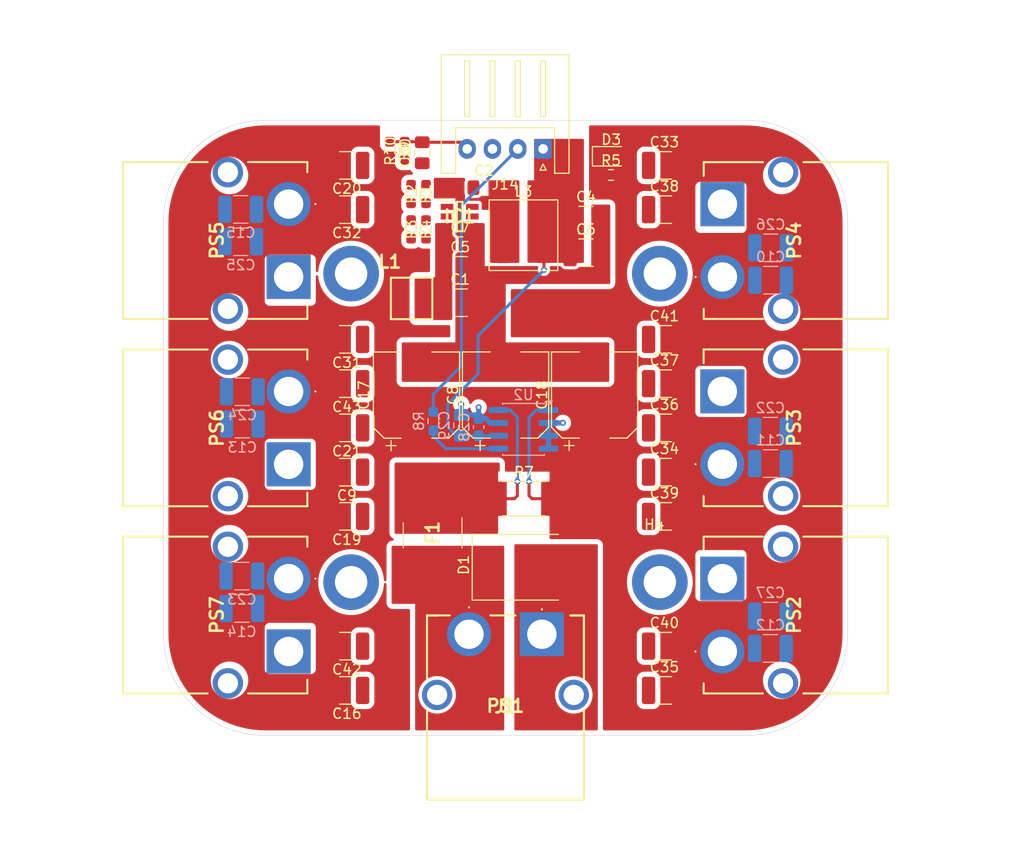
<source format=kicad_pcb>
(kicad_pcb (version 20241229) (generator "pcbnew") (generator_version "9.0")
  (layers (0 "F.Cu" power) (4 "In1.Cu" signal) (6 "In2.Cu" signal) (2 "B.Cu" power) (13 "F.Paste" user) (15 "B.Paste" user) (5 "F.SilkS" user "F.Silkscreen") (7 "B.SilkS" user "B.Silkscreen") (1 "F.Mask" user) (3 "B.Mask" user) (25 "Edge.Cuts" user))
  (net 0 "")
  (net 5 "GND")
  (net 6 "+5V")
  (net 7 "BAT_CURR")
  (net 8 "SH_OUT")
  (net 9 "Net-(R8-Pad2)")
  (net 10 "BAT_VOL")
  (net 12 "unconnected-(J1-MH1-Pad3)")
  (net 13 "+VBATT_IN")
  (net 14 "/VIN_BK")
  (net 15 "/CB_BK")
  (net 16 "/SW_BK")
  (net 17 "/FB_BK")
  (net 18 "/EN_BK")
  (net 19 "Net-(D3-A)")
  (net 20 "SH_IN")
  (footprint "MountingHole:MountingHole_3.2mm_M3_ISO14580_Pad" (layer "F.Cu") (at 142 81)
    (property "Reference" "H3" (hide yes))
    (property "Value" "MountingHole_Pad")
    (pad "1" thru_hole circle (at 0 0) (size 5.5 5.5) (drill 3.2) (layers "*.Cu" "*.Mask"))
  )
  (footprint "Capacitor_SMD:C_1210_3225Metric_Pad1.33x2.70mm_HandSolder" (layer "F.Cu") (at 172.95 70.125)
    (property "Reference" "C34" (at 0 -2.3 0) (layer "F.SilkS"))
    (property "Value" "10u")
    (pad "1" smd roundrect (at -1.5625 0) (size 1.325 2.7) (layers "F.Cu" "F.Mask" "F.Paste") (roundrect_rratio 0.188679) (net 5 "GND"))
    (pad "2" smd roundrect (at 1.5625 0) (size 1.325 2.7) (layers "F.Cu" "F.Mask" "F.Paste") (roundrect_rratio 0.188679) (net 8 "SH_OUT"))
  )
  (footprint "Capacitor_SMD:C_1210_3225Metric_Pad1.33x2.70mm_HandSolder" (layer "F.Cu") (at 172.95 39.8)
    (property "Reference" "C33" (at 0 -2.3 0) (layer "F.SilkS"))
    (property "Value" "10u")
    (pad "1" smd roundrect (at -1.5625 0) (size 1.325 2.7) (layers "F.Cu" "F.Mask" "F.Paste") (roundrect_rratio 0.188679) (net 5 "GND"))
    (pad "2" smd roundrect (at 1.5625 0) (size 1.325 2.7) (layers "F.Cu" "F.Mask" "F.Paste") (roundrect_rratio 0.188679) (net 8 "SH_OUT"))
  )
  (footprint "Resistor_SMD:R_0603_1608Metric_Pad0.98x0.95mm_HandSolder" (layer "F.Cu") (at 149.4 42.625 90)
    (property "Reference" "R2" (at 0 -1.43 90) (layer "F.SilkS"))
    (property "Value" "13k")
    (pad "1" smd roundrect (at -0.9125 0 90) (size 0.975 0.95) (layers "F.Cu" "F.Mask" "F.Paste") (net 17 "/FB_BK"))
    (pad "2" smd roundrect (at 0.9125 0 90) (size 0.975 0.95) (layers "F.Cu" "F.Mask" "F.Paste") (net 5 "GND"))
  )
  (footprint "Capacitor_SMD:C_1210_3225Metric_Pad1.33x2.70mm_HandSolder" (layer "F.Cu") (at 172.95 74.5)
    (property "Reference" "C39" (at 0 -2.3 0) (layer "F.SilkS"))
    (property "Value" "10u")
    (pad "1" smd roundrect (at -1.5625 0) (size 1.325 2.7) (layers "F.Cu" "F.Mask" "F.Paste") (roundrect_rratio 0.188679) (net 5 "GND"))
    (pad "2" smd roundrect (at 1.5625 0) (size 1.325 2.7) (layers "F.Cu" "F.Mask" "F.Paste") (roundrect_rratio 0.188679) (net 8 "SH_OUT"))
  )
  (footprint "Diode_SMD:D_SMC" (layer "F.Cu") (at 158.875 79.525)
    (property "Reference" "D1" (at -5.75 -0.225 90) (layer "F.SilkS"))
    (property "Value" "SMCJ28A")
    (pad "1" smd roundrect (at -3.4 0 90) (size 3.3 2.5) (layers "F.Cu" "F.Mask" "F.Paste") (roundrect_rratio 0.1) (net 13 "+VBATT_IN"))
    (pad "2" smd roundrect (at 3.4 0 90) (size 3.3 2.5) (layers "F.Cu" "F.Mask" "F.Paste") (roundrect_rratio 0.1) (net 5 "GND"))
  )
  (footprint "Capacitor_SMD:C_1210_3225Metric_Pad1.33x2.70mm_HandSolder" (layer "F.Cu") (at 141.575 65.75 180)
    (property "Reference" "C21" (at 0 -2.3 0) (layer "F.SilkS"))
    (property "Value" "10u")
    (pad "1" smd roundrect (at -1.5625 0 180) (size 1.325 2.7) (layers "F.Cu" "F.Mask" "F.Paste") (roundrect_rratio 0.188679) (net 5 "GND"))
    (pad "2" smd roundrect (at 1.5625 0 180) (size 1.325 2.7) (layers "F.Cu" "F.Mask" "F.Paste") (roundrect_rratio 0.188679) (net 8 "SH_OUT"))
  )
  (footprint "Inductor_SMD:L_Coilcraft_XAL6060-XXX" (layer "F.Cu") (at 159.025 46.7)
    (property "Reference" "L3" (at 0 -4.33 0) (layer "F.SilkS"))
    (property "Value" "18u")
    (pad "1" smd roundrect (at -2.02 0) (size 1.43 5.5) (layers "F.Cu" "F.Mask" "F.Paste") (roundrect_rratio 0.174825) (net 16 "/SW_BK"))
    (pad "2" smd roundrect (at 2.02 0) (size 1.43 5.5) (layers "F.Cu" "F.Mask" "F.Paste") (roundrect_rratio 0.174825) (net 6 "+5V"))
  )
  (footprint "SamacSys_Parts:XT60PWM" (layer "F.Cu") (at 135.825 80.65 -90)
    (property "Reference" "PS7" (at 3.6 7.088 90) (layer "F.SilkS") (effects (font (size 1.27 1.27) (thickness 0.254))))
    (property "Value" "XT60PW-M" (hide yes))
    (pad "1" thru_hole circle (at 0 0 270) (size 4.35 4.35) (drill 2.9) (layers "*.Cu" "*.Mask") (net 8 "SH_OUT"))
    (pad "2" thru_hole rect (at 7.2 0 270) (size 4.35 4.35) (drill 2.9) (layers "*.Cu" "*.Mask") (net 5 "GND"))
    (pad "MH1" thru_hole circle (at -3.15 6 270) (size 3 3) (drill 2) (layers "*.Cu" "*.Mask"))
    (pad "MH2" thru_hole circle (at 10.35 6 270) (size 3 3) (drill 2) (layers "*.Cu" "*.Mask"))
  )
  (footprint "Capacitor_SMD:C_0805_2012Metric_Pad1.18x1.45mm_HandSolder" (layer "F.Cu") (at 155.125 42)
    (property "Reference" "C2" (at 0 -1.68 0) (layer "F.SilkS"))
    (property "Value" "100n")
    (pad "1" smd roundrect (at -1.0375 0) (size 1.175 1.45) (layers "F.Cu" "F.Mask" "F.Paste") (roundrect_rratio 0.212766) (net 15 "/CB_BK"))
    (pad "2" smd roundrect (at 1.0375 0) (size 1.175 1.45) (layers "F.Cu" "F.Mask" "F.Paste") (roundrect_rratio 0.212766) (net 16 "/SW_BK"))
  )
  (footprint "Capacitor_SMD:C_1210_3225Metric_Pad1.33x2.70mm_HandSolder" (layer "F.Cu") (at 141.575 70.125 180)
    (property "Reference" "C9" (at 0 -2.3 0) (layer "F.SilkS"))
    (property "Value" "10u")
    (pad "1" smd roundrect (at -1.5625 0 180) (size 1.325 2.7) (layers "F.Cu" "F.Mask" "F.Paste") (roundrect_rratio 0.188679) (net 5 "GND"))
    (pad "2" smd roundrect (at 1.5625 0 180) (size 1.325 2.7) (layers "F.Cu" "F.Mask" "F.Paste") (roundrect_rratio 0.188679) (net 8 "SH_OUT"))
  )
  (footprint "Capacitor_SMD:C_1210_3225Metric_Pad1.33x2.70mm_HandSolder" (layer "F.Cu") (at 141.575 74.5 180)
    (property "Reference" "C19" (at 0 -2.3 0) (layer "F.SilkS"))
    (property "Value" "10u")
    (pad "1" smd roundrect (at -1.5625 0 180) (size 1.325 2.7) (layers "F.Cu" "F.Mask" "F.Paste") (roundrect_rratio 0.188679) (net 5 "GND"))
    (pad "2" smd roundrect (at 1.5625 0 180) (size 1.325 2.7) (layers "F.Cu" "F.Mask" "F.Paste") (roundrect_rratio 0.188679) (net 8 "SH_OUT"))
  )
  (footprint "Resistor_SMD:R_0603_1608Metric_Pad0.98x0.95mm_HandSolder" (layer "F.Cu") (at 147.925 46.125 -90)
    (property "Reference" "R4" (at 0 -1.43 90) (layer "F.SilkS"))
    (property "Value" "DNP")
    (pad "1" smd roundrect (at -0.9125 0 270) (size 0.975 0.95) (layers "F.Cu" "F.Mask" "F.Paste") (net 18 "/EN_BK"))
    (pad "2" smd roundrect (at 0.9125 0 270) (size 0.975 0.95) (layers "F.Cu" "F.Mask" "F.Paste") (net 5 "GND"))
  )
  (footprint "SamacSys_Parts:XT60PWM" (layer "F.Cu") (at 153.645 86.1475)
    (property "Reference" "PS1" (at 3.6 7.088 0) (layer "F.SilkS") (effects (font (size 1.27 1.27) (thickness 0.254))))
    (property "Value" "XT60PW-M" (hide yes))
    (pad "1" thru_hole circle (at 0 0) (size 4.35 4.35) (drill 2.9) (layers "*.Cu" "*.Mask") (net 13 "+VBATT_IN"))
    (pad "2" thru_hole rect (at 7.2 0) (size 4.35 4.35) (drill 2.9) (layers "*.Cu" "*.Mask") (net 5 "GND"))
    (pad "MH1" thru_hole circle (at -3.15 6) (size 3 3) (drill 2) (layers "*.Cu" "*.Mask"))
    (pad "MH2" thru_hole circle (at 10.35 6) (size 3 3) (drill 2) (layers "*.Cu" "*.Mask"))
  )
  (footprint "Capacitor_SMD:C_1210_3225Metric_Pad1.33x2.70mm_HandSolder" (layer "F.Cu") (at 152.775 50.175)
    (property "Reference" "C5" (at 0 -2.3 0) (layer "F.SilkS"))
    (property "Value" "2u2")
    (pad "1" smd roundrect (at -1.5625 0) (size 1.325 2.7) (layers "F.Cu" "F.Mask" "F.Paste") (roundrect_rratio 0.188679) (net 14 "/VIN_BK"))
    (pad "2" smd roundrect (at 1.5625 0) (size 1.325 2.7) (layers "F.Cu" "F.Mask" "F.Paste") (roundrect_rratio 0.188679) (net 5 "GND"))
  )
  (footprint "SamacSys_Parts:XT60PWM" (layer "F.Cu") (at 135.825 62.15 -90)
    (property "Reference" "PS6" (at 3.6 7.088 90) (layer "F.SilkS") (effects (font (size 1.27 1.27) (thickness 0.254))))
    (property "Value" "XT60PW-M" (hide yes))
    (pad "1" thru_hole circle (at 0 0 270) (size 4.35 4.35) (drill 2.9) (layers "*.Cu" "*.Mask") (net 8 "SH_OUT"))
    (pad "2" thru_hole rect (at 7.2 0 270) (size 4.35 4.35) (drill 2.9) (layers "*.Cu" "*.Mask") (net 5 "GND"))
    (pad "MH1" thru_hole circle (at -3.15 6 270) (size 3 3) (drill 2) (layers "*.Cu" "*.Mask"))
    (pad "MH2" thru_hole circle (at 10.35 6 270) (size 3 3) (drill 2) (layers "*.Cu" "*.Mask"))
  )
  (footprint "MountingHole:MountingHole_3.2mm_M3_ISO14580_Pad" (layer "F.Cu") (at 172.5 50.5)
    (property "Reference" "H1" (hide yes))
    (property "Value" "MountingHole_Pad")
    (pad "1" thru_hole circle (at 0 0) (size 5.5 5.5) (drill 3.2) (layers "*.Cu" "*.Mask"))
  )
  (footprint "Capacitor_SMD:C_1210_3225Metric_Pad1.33x2.70mm_HandSolder" (layer "F.Cu") (at 141.575 61.375 180)
    (property "Reference" "C43" (at 0 -2.3 0) (layer "F.SilkS"))
    (property "Value" "10u")
    (pad "1" smd roundrect (at -1.5625 0 180) (size 1.325 2.7) (layers "F.Cu" "F.Mask" "F.Paste") (roundrect_rratio 0.188679) (net 5 "GND"))
    (pad "2" smd roundrect (at 1.5625 0 180) (size 1.325 2.7) (layers "F.Cu" "F.Mask" "F.Paste") (roundrect_rratio 0.188679) (net 8 "SH_OUT"))
  )
  (footprint "Resistor_SMD:R_0603_1608Metric_Pad0.98x0.95mm_HandSolder" (layer "F.Cu") (at 145.825 38.375 -90)
    (property "Reference" "R9" (at 0 -1.43 90) (layer "F.SilkS"))
    (property "Value" "100k")
    (pad "1" smd roundrect (at -0.9125 0 270) (size 0.975 0.95) (layers "F.Cu" "F.Mask" "F.Paste") (net 10 "BAT_VOL"))
    (pad "2" smd roundrect (at 0.9125 0 270) (size 0.975 0.95) (layers "F.Cu" "F.Mask" "F.Paste") (net 8 "SH_OUT"))
  )
  (footprint "Capacitor_SMD:C_0805_2012Metric_Pad1.18x1.45mm_HandSolder" (layer "F.Cu") (at 152.775 47.6)
    (property "Reference" "C7" (at 0 -1.68 0) (layer "F.SilkS"))
    (property "Value" "100n")
    (pad "1" smd roundrect (at -1.0375 0) (size 1.175 1.45) (layers "F.Cu" "F.Mask" "F.Paste") (roundrect_rratio 0.212766) (net 14 "/VIN_BK"))
    (pad "2" smd roundrect (at 1.0375 0) (size 1.175 1.45) (layers "F.Cu" "F.Mask" "F.Paste") (roundrect_rratio 0.212766) (net 5 "GND"))
  )
  (footprint "LED_SMD:LED_0805_2012Metric_Pad1.15x1.40mm_HandSolder" (layer "F.Cu") (at 167.7 38.9)
    (property "Reference" "D3" (at 0 -1.65 0) (layer "F.SilkS"))
    (property "Value" "LED_P1")
    (pad "1" smd roundrect (at -1.025 0) (size 1.15 1.4) (layers "F.Cu" "F.Mask" "F.Paste") (roundrect_rratio 0.217391) (net 5 "GND"))
    (pad "2" smd roundrect (at 1.025 0) (size 1.15 1.4) (layers "F.Cu" "F.Mask" "F.Paste") (roundrect_rratio 0.217391) (net 19 "Net-(D3-A)"))
  )
  (footprint "Capacitor_SMD:C_1210_3225Metric_Pad1.33x2.70mm_HandSolder" (layer "F.Cu") (at 141.575 91.7 180)
    (property "Reference" "C16" (at 0 -2.3 0) (layer "F.SilkS"))
    (property "Value" "10u")
    (pad "1" smd roundrect (at -1.5625 0 180) (size 1.325 2.7) (layers "F.Cu" "F.Mask" "F.Paste") (roundrect_rratio 0.188679) (net 5 "GND"))
    (pad "2" smd roundrect (at 1.5625 0 180) (size 1.325 2.7) (layers "F.Cu" "F.Mask" "F.Paste") (roundrect_rratio 0.188679) (net 8 "SH_OUT"))
  )
  (footprint "Capacitor_SMD:CP_Elec_8x10" (layer "F.Cu") (at 157.255 62.5 90)
    (property "Reference" "C8" (at 0 -5.2 90) (layer "F.SilkS"))
    (property "Value" "470u")
    (pad "1" smd roundrect (at -3.25 0 90) (size 3.5 2.5) (layers "F.Cu" "F.Mask" "F.Paste") (roundrect_rratio 0.1) (net 8 "SH_OUT"))
    (pad "2" smd roundrect (at 3.25 0 90) (size 3.5 2.5) (layers "F.Cu" "F.Mask" "F.Paste") (roundrect_rratio 0.1) (net 5 "GND"))
  )
  (footprint "Resistor_SMD:R_0603_1608Metric_Pad0.98x0.95mm_HandSolder" (layer "F.Cu") (at 167.675 40.75)
    (property "Reference" "R5" (at 0 -1.43 0) (layer "F.SilkS"))
    (property "Value" "2k")
    (pad "1" smd roundrect (at -0.9125 0) (size 0.975 0.95) (layers "F.Cu" "F.Mask" "F.Paste") (net 6 "+5V"))
    (pad "2" smd roundrect (at 0.9125 0) (size 0.975 0.95) (layers "F.Cu" "F.Mask" "F.Paste") (net 19 "Net-(D3-A)"))
  )
  (footprint "SamacSys_Parts:XT60PWM" (layer "F.Cu") (at 178.685 50.83 90)
    (property "Reference" "PS4" (at 3.6 7.088 90) (layer "F.SilkS") (effects (font (size 1.27 1.27) (thickness 0.254))))
    (property "Value" "XT60PW-M" (hide yes))
    (pad "1" thru_hole circle (at 0 0 90) (size 4.35 4.35) (drill 2.9) (layers "*.Cu" "*.Mask") (net 8 "SH_OUT"))
    (pad "2" thru_hole rect (at 7.2 0 90) (size 4.35 4.35) (drill 2.9) (layers "*.Cu" "*.Mask") (net 5 "GND"))
    (pad "MH1" thru_hole circle (at -3.15 6 90) (size 3 3) (drill 2) (layers "*.Cu" "*.Mask"))
    (pad "MH2" thru_hole circle (at 10.35 6 90) (size 3 3) (drill 2) (layers "*.Cu" "*.Mask"))
  )
  (footprint "Resistor_SMD:R_2512_6332Metric_Pad1.40x3.35mm_HandSolder" (layer "F.Cu") (at 159.075 72.75)
    (property "Reference" "R7" (at 0 -2.63 0) (layer "F.SilkS"))
    (property "Value" "0m5")
    (pad "1" smd roundrect (at -2.6 0) (size 1.8 3.4) (layers "F.Cu" "F.Mask" "F.Paste") (roundrect_rratio 0.05555555556) (net 20 "SH_IN"))
    (pad "2" smd roundrect (at 2.6 0) (size 1.8 3.4) (layers "F.Cu" "F.Mask" "F.Paste") (roundrect_rratio 0.05555555556) (net 8 "SH_OUT"))
  )
  (footprint "MountingHole:MountingHole_3.2mm_M3_ISO14580_Pad" (layer "F.Cu") (at 172.5 81)
    (property "Reference" "H4" (at -0.55 -5.7 0) (layer "F.SilkS"))
    (property "Value" "MountingHole_Pad")
    (pad "1" thru_hole circle (at 0 0) (size 5.5 5.5) (drill 3.2) (layers "*.Cu" "*.Mask"))
  )
  (footprint "Capacitor_SMD:C_1210_3225Metric_Pad1.33x2.70mm_HandSolder" (layer "F.Cu") (at 172.95 44.175)
    (property "Reference" "C38" (at 0 -2.3 0) (layer "F.SilkS"))
    (property "Value" "10u")
    (pad "1" smd roundrect (at -1.5625 0) (size 1.325 2.7) (layers "F.Cu" "F.Mask" "F.Paste") (roundrect_rratio 0.188679) (net 5 "GND"))
    (pad "2" smd roundrect (at 1.5625 0) (size 1.325 2.7) (layers "F.Cu" "F.Mask" "F.Paste") (roundrect_rratio 0.188679) (net 8 "SH_OUT"))
  )
  (footprint "Resistor_SMD:R_0603_1608Metric_Pad0.98x0.95mm_HandSolder" (layer "F.Cu") (at 147.925 42.625 -90)
    (property "Reference" "R1" (at 0 -1.43 90) (layer "F.SilkS"))
    (property "Value" "68k")
    (pad "1" smd roundrect (at -0.9125 0 270) (size 0.975 0.95) (layers "F.Cu" "F.Mask" "F.Paste") (net 6 "+5V"))
    (pad "2" smd roundrect (at 0.9125 0 270) (size 0.975 0.95) (layers "F.Cu" "F.Mask" "F.Paste") (net 17 "/FB_BK"))
  )
  (footprint "Capacitor_SMD:C_1210_3225Metric_Pad1.33x2.70mm_HandSolder" (layer "F.Cu") (at 165.2 45.21)
    (property "Reference" "C4" (at 0 -2.3 0) (layer "F.SilkS"))
    (property "Value" "33u")
    (pad "1" smd roundrect (at -1.5625 0) (size 1.325 2.7) (layers "F.Cu" "F.Mask" "F.Paste") (roundrect_rratio 0.188679) (net 6 "+5V"))
    (pad "2" smd roundrect (at 1.5625 0) (size 1.325 2.7) (layers "F.Cu" "F.Mask" "F.Paste") (roundrect_rratio 0.188679) (net 5 "GND"))
  )
  (footprint "SamacSys_Parts:XT60PWM" (layer "F.Cu") (at 135.825 43.625 -90)
    (property "Reference" "PS5" (at 3.6 7.088 90) (layer "F.SilkS") (effects (font (size 1.27 1.27) (thickness 0.254))))
    (property "Value" "XT60PW-M" (hide yes))
    (pad "1" thru_hole circle (at 0 0 270) (size 4.35 4.35) (drill 2.9) (layers "*.Cu" "*.Mask") (net 8 "SH_OUT"))
    (pad "2" thru_hole rect (at 7.2 0 270) (size 4.35 4.35) (drill 2.9) (layers "*.Cu" "*.Mask") (net 5 "GND"))
    (pad "MH1" thru_hole circle (at -3.15 6 270) (size 3 3) (drill 2) (layers "*.Cu" "*.Mask"))
    (pad "MH2" thru_hole circle (at 10.35 6 270) (size 3 3) (drill 2) (layers "*.Cu" "*.Mask"))
  )
  (footprint "Capacitor_SMD:C_1210_3225Metric_Pad1.33x2.70mm_HandSolder" (layer "F.Cu") (at 172.95 91.7)
    (property "Reference" "C35" (at 0 -2.3 0) (layer "F.SilkS"))
    (property "Value" "10u")
    (pad "1" smd roundrect (at -1.5625 0) (size 1.325 2.7) (layers "F.Cu" "F.Mask" "F.Paste") (roundrect_rratio 0.188679) (net 5 "GND"))
    (pad "2" smd roundrect (at 1.5625 0) (size 1.325 2.7) (layers "F.Cu" "F.Mask" "F.Paste") (roundrect_rratio 0.188679) (net 8 "SH_OUT"))
  )
  (footprint "Capacitor_SMD:C_1210_3225Metric_Pad1.33x2.70mm_HandSolder" (layer "F.Cu") (at 172.95 57)
    (property "Reference" "C41" (at 0 -2.3 0) (layer "F.SilkS"))
    (property "Value" "10u")
    (pad "1" smd roundrect (at -1.5625 0) (size 1.325 2.7) (layers "F.Cu" "F.Mask" "F.Paste") (roundrect_rratio 0.188679) (net 5 "GND"))
    (pad "2" smd roundrect (at 1.5625 0) (size 1.325 2.7) (layers "F.Cu" "F.Mask" "F.Paste") (roundrect_rratio 0.188679) (net 8 "SH_OUT"))
  )
  (footprint "SamacSys_Parts:SOT95P280X110-6N" (layer "F.Cu") (at 152.725 44.85)
    (property "Reference" "IC1" (at 0 0 0) (layer "F.SilkS") (effects (font (size 1.27 1.27) (thickness 0.254))))
    (property "Value" "LMR51635YFDDCR" (hide yes))
    (pad "1" smd rect (at -1.25 -0.95 90) (size 0.6 1.25) (layers "F.Cu" "F.Mask" "F.Paste") (net 17 "/FB_BK"))
    (pad "2" smd rect (at -1.25 0 90) (size 0.6 1.25) (layers "F.Cu" "F.Mask" "F.Paste") (net 18 "/EN_BK"))
    (pad "3" smd rect (at -1.25 0.95 90) (size 0.6 1.25) (layers "F.Cu" "F.Mask" "F.Paste") (net 14 "/VIN_BK"))
    (pad "4" smd rect (at 1.25 0.95 90) (size 0.6 1.25) (layers "F.Cu" "F.Mask" "F.Paste") (net 5 "GND"))
    (pad "5" smd rect (at 1.25 0 90) (size 0.6 1.25) (layers "F.Cu" "F.Mask" "F.Paste") (net 16 "/SW_BK"))
    (pad "6" smd rect (at 1.25 -0.95 90) (size 0.6 1.25) (layers "F.Cu" "F.Mask" "F.Paste") (net 15 "/CB_BK"))
  )
  (footprint "Capacitor_SMD:CP_Elec_8x10" (layer "F.Cu") (at 166.055 62.5 90)
    (property "Reference" "C18" (at 0 -5.2 90) (layer "F.SilkS"))
    (property "Value" "470u")
    (pad "1" smd roundrect (at -3.25 0 90) (size 3.5 2.5) (layers "F.Cu" "F.Mask" "F.Paste") (roundrect_rratio 0.1) (net 8 "SH_OUT"))
    (pad "2" smd roundrect (at 3.25 0 90) (size 3.5 2.5) (layers "F.Cu" "F.Mask" "F.Paste") (roundrect_rratio 0.1) (net 5 "GND"))
  )
  (footprint "Capacitor_SMD:C_1210_3225Metric_Pad1.33x2.70mm_HandSolder" (layer "F.Cu") (at 141.575 87.325 180)
    (property "Reference" "C42" (at 0 -2.3 0) (layer "F.SilkS"))
    (property "Value" "10u")
    (pad "1" smd roundrect (at -1.5625 0 180) (size 1.325 2.7) (layers "F.Cu" "F.Mask" "F.Paste") (roundrect_rratio 0.188679) (net 5 "GND"))
    (pad "2" smd roundrect (at 1.5625 0 180) (size 1.325 2.7) (layers "F.Cu" "F.Mask" "F.Paste") (roundrect_rratio 0.188679) (net 8 "SH_OUT"))
  )
  (footprint "SamacSys_Parts:WE-MAPI_4020" (layer "F.Cu") (at 147.975 52.95)
    (property "Reference" "L1" (at -2.15 -3.6232 0) (layer "F.SilkS") (effects (font (size 1.27 1.27) (thickness 0.254))))
    (property "Value" "2u2" (hide yes))
    (pad "1" smd rect (at -1.185 0) (size 0.98 3.7) (layers "F.Cu" "F.Mask" "F.Paste") (net 8 "SH_OUT"))
    (pad "2" smd rect (at 1.185 0) (size 0.98 3.7) (layers "F.Cu" "F.Mask" "F.Paste") (net 14 "/VIN_BK"))
  )
  (footprint "SamacSys_Parts:XT60PWM" (layer "F.Cu") (at 178.675 87.85 90)
    (property "Reference" "PS2" (at 3.6 7.088 90) (layer "F.SilkS") (effects (font (size 1.27 1.27) (thickness 0.254))))
    (property "Value" "XT60PW-M" (hide yes))
    (pad "1" thru_hole circle (at 0 0 90) (size 4.35 4.35) (drill 2.9) (layers "*.Cu" "*.Mask") (net 8 "SH_OUT"))
    (pad "2" thru_hole rect (at 7.2 0 90) (size 4.35 4.35) (drill 2.9) (layers "*.Cu" "*.Mask") (net 5 "GND"))
    (pad "MH1" thru_hole circle (at -3.15 6 90) (size 3 3) (drill 2) (layers "*.Cu" "*.Mask"))
    (pad "MH2" thru_hole circle (at 10.35 6 90) (size 3 3) (drill 2) (layers "*.Cu" "*.Mask"))
  )
  (footprint "MountingHole:MountingHole_3.2mm_M3_ISO14580_Pad" (layer "F.Cu") (at 142 50.5)
    (property "Reference" "H2" (hide yes))
    (property "Value" "MountingHole_Pad")
    (pad "1" thru_hole circle (at 0 0) (size 5.5 5.5) (drill 3.2) (layers "*.Cu" "*.Mask"))
  )
  (footprint "Resistor_SMD:R_0603_1608Metric_Pad0.98x0.95mm_HandSolder" (layer "F.Cu") (at 147.3 38.375 90)
    (property "Reference" "R10" (at 0 -1.43 90) (layer "F.SilkS"))
    (property "Value" "10k")
    (pad "1" smd roundrect (at -0.9125 0 90) (size 0.975 0.95) (layers "F.Cu" "F.Mask" "F.Paste") (net 5 "GND"))
    (pad "2" smd roundrect (at 0.9125 0 90) (size 0.975 0.95) (layers "F.Cu" "F.Mask" "F.Paste") (net 10 "BAT_VOL"))
  )
  (footprint "Capacitor_SMD:C_1210_3225Metric_Pad1.33x2.70mm_HandSolder" (layer "F.Cu") (at 172.95 65.75)
    (property "Reference" "C36" (at 0 -2.3 0) (layer "F.SilkS"))
    (property "Value" "10u")
    (pad "1" smd roundrect (at -1.5625 0) (size 1.325 2.7) (layers "F.Cu" "F.Mask" "F.Paste") (roundrect_rratio 0.188679) (net 5 "GND"))
    (pad "2" smd roundrect (at 1.5625 0) (size 1.325 2.7) (layers "F.Cu" "F.Mask" "F.Paste") (roundrect_rratio 0.188679) (net 8 "SH_OUT"))
  )
  (footprint "Capacitor_SMD:CP_Elec_8x10" (layer "F.Cu") (at 148.455 62.5075 90)
    (property "Reference" "C17" (at 0 -5.2 90) (layer "F.SilkS"))
    (property "Value" "470u")
    (pad "1" smd roundrect (at -3.25 0 90) (size 3.5 2.5) (layers "F.Cu" "F.Mask" "F.Paste") (roundrect_rratio 0.1) (net 8 "SH_OUT"))
    (pad "2" smd roundrect (at 3.25 0 90) (size 3.5 2.5) (layers "F.Cu" "F.Mask" "F.Paste") (roundrect_rratio 0.1) (net 5 "GND"))
  )
  (footprint "Resistor_SMD:R_0603_1608Metric_Pad0.98x0.95mm_HandSolder" (layer "F.Cu") (at 149.4 46.125 90)
    (property "Reference" "R3" (at 0 -1.43 90) (layer "F.SilkS"))
    (property "Value" "0R")
    (pad "1" smd roundrect (at -0.9125 0 90) (size 0.975 0.95) (layers "F.Cu" "F.Mask" "F.Paste") (net 14 "/VIN_BK"))
    (pad "2" smd roundrect (at 0.9125 0 90) (size 0.975 0.95) (layers "F.Cu" "F.Mask" "F.Paste") (net 18 "/EN_BK"))
  )
  (footprint "Connector_JST:JST_XH_S4B-XH-A_1x04_P2.50mm_Horizontal" (layer "F.Cu") (at 160.965881 38.17 180)
    (property "Reference" "J14" (at 3.75 -3.51 0) (layer "F.SilkS"))
    (property "Value" "Conn_01x04_Pin")
    (pad "1" thru_hole roundrect (at 0 0 180) (size 1.7 1.95) (drill 0.95) (layers "*.Cu" "*.Mask") (roundrect_rratio 0.147059) (net 6 "+5V"))
    (pad "2" thru_hole oval (at 2.5 0 180) (size 1.7 1.95) (drill 0.95) (layers "*.Cu" "*.Mask") (net 7 "BAT_CURR"))
    (pad "3" thru_hole oval (at 5 0 180) (size 1.7 1.95) (drill 0.95) (layers "*.Cu" "*.Mask") (net 5 "GND"))
    (pad "4" thru_hole oval (at 7.5 0 180) (size 1.7 1.95) (drill 0.95) (layers "*.Cu" "*.Mask") (net 10 "BAT_VOL"))
  )
  (footprint "Capacitor_SMD:C_1210_3225Metric_Pad1.33x2.70mm_HandSolder" (layer "F.Cu") (at 141.575 57 180)
    (property "Reference" "C31" (at 0 -2.3 0) (layer "F.SilkS"))
    (property "Value" "10u")
    (pad "1" smd roundrect (at -1.5625 0 180) (size 1.325 2.7) (layers "F.Cu" "F.Mask" "F.Paste") (roundrect_rratio 0.188679) (net 5 "GND"))
    (pad "2" smd roundrect (at 1.5625 0 180) (size 1.325 2.7) (layers "F.Cu" "F.Mask" "F.Paste") (roundrect_rratio 0.188679) (net 8 "SH_OUT"))
  )
  (footprint "Capacitor_SMD:C_1210_3225Metric_Pad1.33x2.70mm_HandSolder" (layer "F.Cu") (at 172.95 87.325)
    (property "Reference" "C40" (at 0 -2.3 0) (layer "F.SilkS"))
    (property "Value" "10u")
    (pad "1" smd roundrect (at -1.5625 0) (size 1.325 2.7) (layers "F.Cu" "F.Mask" "F.Paste") (roundrect_rratio 0.188679) (net 5 "GND"))
    (pad "2" smd roundrect (at 1.5625 0) (size 1.325 2.7) (layers "F.Cu" "F.Mask" "F.Paste") (roundrect_rratio 0.188679) (net 8 "SH_OUT"))
  )
  (footprint "Capacitor_SMD:C_1210_3225Metric_Pad1.33x2.70mm_HandSolder" (layer "F.Cu") (at 152.775 53.375)
    (property "Reference" "C1" (at 0 -2.3 0) (layer "F.SilkS"))
    (property "Value" "2u2")
    (pad "1" smd roundrect (at -1.5625 0) (size 1.325 2.7) (layers "F.Cu" "F.Mask" "F.Paste") (roundrect_rratio 0.188679) (net 14 "/VIN_BK"))
    (pad "2" smd roundrect (at 1.5625 0) (size 1.325 2.7) (layers "F.Cu" "F.Mask" "F.Paste") (roundrect_rratio 0.188679) (net 5 "GND"))
  )
  (footprint "SamacSys_Parts:XT60PWM" (layer "F.Cu") (at 160.85 86.1375 180)
    (property "Reference" "J1" (at 3.6 -7.162 180) (layer "F.SilkS") (effects (font (size 1.27 1.27) (thickness 0.254))))
    (property "Value" "XT60PW-M" (hide yes))
    (pad "1" thru_hole circle (at 7.2 0 180) (size 4.05 4.05) (drill 2.7) (layers "*.Cu" "*.Mask") (net 13 "+VBATT_IN"))
    (pad "2" thru_hole rect (at 0 0 180) (size 4.05 4.05) (drill 2.7) (layers "*.Cu" "*.Mask") (net 5 "GND"))
    (pad "3" thru_hole circle (at -3.15 -6 180) (size 2.7 2.7) (drill 1.8) (layers "*.Cu" "*.Mask") (net 12 "unconnected-(J1-MH1-Pad3)"))
    (pad "4" thru_hole circle (at 10.35 -6 180) (size 2.7 2.7) (drill 1.8) (layers "*.Cu" "*.Mask"))
  )
  (footprint "Capacitor_SMD:C_1210_3225Metric_Pad1.33x2.70mm_HandSolder" (layer "F.Cu") (at 165.2 48.425)
    (property "Reference" "C6" (at 0 -2.3 0) (layer "F.SilkS"))
    (property "Value" "33u")
    (pad "1" smd roundrect (at -1.5625 0) (size 1.325 2.7) (layers "F.Cu" "F.Mask" "F.Paste") (roundrect_rratio 0.188679) (net 6 "+5V"))
    (pad "2" smd roundrect (at 1.5625 0) (size 1.325 2.7) (layers "F.Cu" "F.Mask" "F.Paste") (roundrect_rratio 0.188679) (net 5 "GND"))
  )
  (footprint "SamacSys_Parts:SF2923HC30C2" (layer "F.Cu") (at 150.05 76.125 90)
    (property "Reference" "F1" (at 0 0 90) (layer "F.SilkS") (effects (font (size 1.27 1.27) (thickness 0.254))))
    (property "Value" "SF-2923HC30C-2" (hide yes))
    (pad "1" smd rect (at -3.55 0 90) (size 2.7 5.8) (layers "F.Cu" "F.Mask" "F.Paste") (net 13 "+VBATT_IN"))
    (pad "2" smd rect (at 3.55 0 90) (size 2.7 5.8) (layers "F.Cu" "F.Mask" "F.Paste") (net 20 "SH_IN"))
  )
  (footprint "Capacitor_SMD:C_1210_3225Metric_Pad1.33x2.70mm_HandSolder" (layer "F.Cu") (at 141.575 44.175 180)
    (property "Reference" "C32" (at 0 -2.3 0) (layer "F.SilkS"))
    (property "Value" "10u")
    (pad "1" smd roundrect (at -1.5625 0 180) (size 1.325 2.7) (layers "F.Cu" "F.Mask" "F.Paste") (roundrect_rratio 0.188679) (net 5 "GND"))
    (pad "2" smd roundrect (at 1.5625 0 180) (size 1.325 2.7) (layers "F.Cu" "F.Mask" "F.Paste") (roundrect_rratio 0.188679) (net 8 "SH_OUT"))
  )
  (footprint "Capacitor_SMD:C_0805_2012Metric_Pad1.18x1.45mm_HandSolder" (layer "F.Cu") (at 149.025 38.55 90)
    (property "Reference" "C30" (at 0 -1.68 90) (layer "F.SilkS"))
    (property "Value" "100n")
    (pad "1" smd roundrect (at -1.0375 0 90) (size 1.175 1.45) (layers "F.Cu" "F.Mask" "F.Paste") (roundrect_rratio 0.212766) (net 5 "GND"))
    (pad "2" smd roundrect (at 1.0375 0 90) (size 1.175 1.45) (layers "F.Cu" "F.Mask" "F.Paste") (roundrect_rratio 0.212766) (net 10 "BAT_VOL"))
  )
  (footprint "SamacSys_Parts:XT60PWM" (layer "F.Cu") (at 178.675 69.34 90)
    (property "Reference" "PS3" (at 3.6 7.088 90) (layer "F.SilkS") (effects (font (size 1.27 1.27) (thickness 0.254))))
    (property "Value" "XT60PW-M" (hide yes))
    (pad "1" thru_hole circle (at 0 0 90) (size 4.35 4.35) (drill 2.9) (layers "*.Cu" "*.Mask") (net 8 "SH_OUT"))
    (pad "2" thru_hole rect (at 7.2 0 90) (size 4.35 4.35) (drill 2.9) (layers "*.Cu" "*.Mask") (net 5 "GND"))
    (pad "MH1" thru_hole circle (at -3.15 6 90) (size 3 3) (drill 2) (layers "*.Cu" "*.Mask"))
    (pad "MH2" thru_hole circle (at 10.35 6 90) (size 3 3) (drill 2) (layers "*.Cu" "*.Mask"))
  )
  (footprint "Capacitor_SMD:C_1210_3225Metric_Pad1.33x2.70mm_HandSolder" (layer "F.Cu") (at 141.575 39.8 180)
    (property "Reference" "C20" (at 0 -2.3 0) (layer "F.SilkS"))
    (property "Value" "10u")
    (pad "1" smd roundrect (at -1.5625 0 180) (size 1.325 2.7) (layers "F.Cu" "F.Mask" "F.Paste") (roundrect_rratio 0.188679) (net 5 "GND"))
    (pad "2" smd roundrect (at 1.5625 0 180) (size 1.325 2.7) (layers "F.Cu" "F.Mask" "F.Paste") (roundrect_rratio 0.188679) (net 8 "SH_OUT"))
  )
  (footprint "Capacitor_SMD:C_1210_3225Metric_Pad1.33x2.70mm_HandSolder" (layer "F.Cu") (at 172.95 61.375)
    (property "Reference" "C37" (at 0 -2.3 0) (layer "F.SilkS"))
    (property "Value" "10u")
    (pad "1" smd roundrect (at -1.5625 0) (size 1.325 2.7) (layers "F.Cu" "F.Mask" "F.Paste") (roundrect_rratio 0.188679) (net 5 "GND"))
    (pad "2" smd roundrect (at 1.5625 0) (size 1.325 2.7) (layers "F.Cu" "F.Mask" "F.Paste") (roundrect_rratio 0.188679) (net 8 "SH_OUT"))
  )
  (footprint "Resistor_SMD:R_0603_1608Metric_Pad0.98x0.95mm_HandSolder" (layer "B.Cu") (at 150.125 65.075 -90)
    (property "Reference" "R8" (at 0 1.43 90) (layer "B.SilkS") (effects (justify mirror)))
    (property "Value" "100")
    (pad "1" smd roundrect (at -0.9125 0 270) (size 0.975 0.95) (layers "B.Cu" "B.Mask" "B.Paste") (net 7 "BAT_CURR"))
    (pad "2" smd roundrect (at 0.9125 0 270) (size 0.975 0.95) (layers "B.Cu" "B.Mask" "B.Paste") (net 9 "Net-(R8-Pad2)"))
  )
  (footprint "Capacitor_SMD:C_1210_3225Metric_Pad1.33x2.70mm_HandSolder" (layer "B.Cu") (at 131.25 65.375)
    (property "Reference" "C13" (at 0 2.3 0) (layer "B.SilkS") (effects (justify mirror)))
    (property "Value" "100n")
    (pad "1" smd roundrect (at -1.5625 0) (size 1.325 2.7) (layers "B.Cu" "B.Mask" "B.Paste") (roundrect_rratio 0.188679) (net 5 "GND"))
    (pad "2" smd roundrect (at 1.5625 0) (size 1.325 2.7) (layers "B.Cu" "B.Mask" "B.Paste") (roundrect_rratio 0.188679) (net 8 "SH_OUT"))
  )
  (footprint "Capacitor_SMD:C_1210_3225Metric_Pad1.33x2.70mm_HandSolder" (layer "B.Cu") (at 183.45 51.15 180)
    (property "Reference" "C10" (at 0 2.3 0) (layer "B.SilkS") (effects (justify mirror)))
    (property "Value" "100n")
    (pad "1" smd roundrect (at -1.5625 0 180) (size 1.325 2.7) (layers "B.Cu" "B.Mask" "B.Paste") (roundrect_rratio 0.188679) (net 5 "GND"))
    (pad "2" smd roundrect (at 1.5625 0 180) (size 1.325 2.7) (layers "B.Cu" "B.Mask" "B.Paste") (roundrect_rratio 0.188679) (net 8 "SH_OUT"))
  )
  (footprint "Capacitor_SMD:C_1210_3225Metric_Pad1.33x2.70mm_HandSolder" (layer "B.Cu") (at 183.45 47.95 180)
    (property "Reference" "C26" (at 0 2.3 0) (layer "B.SilkS") (effects (justify mirror)))
    (property "Value" "1u")
    (pad "1" smd roundrect (at -1.5625 0 180) (size 1.325 2.7) (layers "B.Cu" "B.Mask" "B.Paste") (roundrect_rratio 0.188679) (net 5 "GND"))
    (pad "2" smd roundrect (at 1.5625 0 180) (size 1.325 2.7) (layers "B.Cu" "B.Mask" "B.Paste") (roundrect_rratio 0.188679) (net 8 "SH_OUT"))
  )
  (footprint "Capacitor_SMD:C_1210_3225Metric_Pad1.33x2.70mm_HandSolder" (layer "B.Cu") (at 131.1 44.15)
    (property "Reference" "C15" (at 0 2.3 0) (layer "B.SilkS") (effects (justify mirror)))
    (property "Value" "100n")
    (pad "1" smd roundrect (at -1.5625 0) (size 1.325 2.7) (layers "B.Cu" "B.Mask" "B.Paste") (roundrect_rratio 0.188679) (net 5 "GND"))
    (pad "2" smd roundrect (at 1.5625 0) (size 1.325 2.7) (layers "B.Cu" "B.Mask" "B.Paste") (roundrect_rratio 0.188679) (net 8 "SH_OUT"))
  )
  (footprint "Capacitor_SMD:C_0603_1608Metric_Pad1.08x0.95mm_HandSolder" (layer "B.Cu") (at 154.6 65.675 -90)
    (property "Reference" "C28" (at 0 1.43 90) (layer "B.SilkS") (effects (justify mirror)))
    (property "Value" "100n")
    (pad "1" smd roundrect (at -0.8625 0 270) (size 1.075 0.95) (layers "B.Cu" "B.Mask" "B.Paste") (net 5 "GND"))
    (pad "2" smd roundrect (at 0.8625 0 270) (size 1.075 0.95) (layers "B.Cu" "B.Mask" "B.Paste") (net 6 "+5V"))
  )
  (footprint "Capacitor_SMD:C_0805_2012Metric_Pad1.18x1.45mm_HandSolder" (layer "B.Cu") (at 152.875 65.5 -90)
    (property "Reference" "C29" (at 0 1.68 90) (layer "B.SilkS") (effects (justify mirror)))
    (property "Value" "1u")
    (pad "1" smd roundrect (at -1.0375 0 270) (size 1.175 1.45) (layers "B.Cu" "B.Mask" "B.Paste") (roundrect_rratio 0.212766) (net 5 "GND"))
    (pad "2" smd roundrect (at 1.0375 0 270) (size 1.175 1.45) (layers "B.Cu" "B.Mask" "B.Paste") (roundrect_rratio 0.212766) (net 6 "+5V"))
  )
  (footprint "Package_SO:SOIC-8_3.9x4.9mm_P1.27mm" (layer "B.Cu") (at 159.025 65.8925 180)
    (property "Reference" "U2" (at 0 3.4 0) (layer "B.SilkS") (effects (justify mirror)))
    (property "Value" "INA240A2D")
    (pad "1" smd roundrect (at -2.475 1.905 180) (size 1.95 0.6) (layers "B.Cu" "B.Mask" "B.Paste") (net 8 "SH_OUT"))
    (pad "2" smd roundrect (at -2.475 0.635 180) (size 1.95 0.6) (layers "B.Cu" "B.Mask" "B.Paste") (net 5 "GND"))
    (pad "3" smd roundrect (at -2.475 -0.635 180) (size 1.95 0.6) (layers "B.Cu" "B.Mask" "B.Paste") (net 5 "GND"))
    (pad "4" smd roundrect (at -2.475 -1.905 180) (size 1.95 0.6) (layers "B.Cu" "B.Mask" "B.Paste") (net 5 "GND"))
    (pad "5" smd roundrect (at 2.475 -1.905 180) (size 1.95 0.6) (layers "B.Cu" "B.Mask" "B.Paste") (net 9 "Net-(R8-Pad2)"))
    (pad "6" smd roundrect (at 2.475 -0.635 180) (size 1.95 0.6) (layers "B.Cu" "B.Mask" "B.Paste") (net 6 "+5V"))
    (pad "7" smd roundrect (at 2.475 0.635 180) (size 1.95 0.6) (layers "B.Cu" "B.Mask" "B.Paste") (net 5 "GND"))
    (pad "8" smd roundrect (at 2.475 1.905 180) (size 1.95 0.6) (layers "B.Cu" "B.Mask" "B.Paste") (net 20 "SH_IN"))
  )
  (footprint "Capacitor_SMD:C_1210_3225Metric_Pad1.33x2.70mm_HandSolder" (layer "B.Cu") (at 131.2 80.4)
    (property "Reference" "C23" (at 0 2.3 0) (layer "B.SilkS") (effects (justify mirror)))
    (property "Value" "1u")
    (pad "1" smd roundrect (at -1.5625 0) (size 1.325 2.7) (layers "B.Cu" "B.Mask" "B.Paste") (roundrect_rratio 0.188679) (net 5 "GND"))
    (pad "2" smd roundrect (at 1.5625 0) (size 1.325 2.7) (layers "B.Cu" "B.Mask" "B.Paste") (roundrect_rratio 0.188679) (net 8 "SH_OUT"))
  )
  (footprint "Capacitor_SMD:C_1210_3225Metric_Pad1.33x2.70mm_HandSolder" (layer "B.Cu") (at 183.425 69.275 180)
    (property "Reference" "C11" (at 0 2.3 0) (layer "B.SilkS") (effects (justify mirror)))
    (property "Value" "100n")
    (pad "1" smd roundrect (at -1.5625 0 180) (size 1.325 2.7) (layers "B.Cu" "B.Mask" "B.Paste") (roundrect_rratio 0.188679) (net 5 "GND"))
    (pad "2" smd roundrect (at 1.5625 0 180) (size 1.325 2.7) (layers "B.Cu" "B.Mask" "B.Paste") (roundrect_rratio 0.188679) (net 8 "SH_OUT"))
  )
  (footprint "Capacitor_SMD:C_1210_3225Metric_Pad1.33x2.70mm_HandSolder" (layer "B.Cu") (at 183.425 84.35 180)
    (property "Reference" "C27" (at 0 2.3 0) (layer "B.SilkS") (effects (justify mirror)))
    (property "Value" "1u")
    (pad "1" smd roundrect (at -1.5625 0 180) (size 1.325 2.7) (layers "B.Cu" "B.Mask" "B.Paste") (roundrect_rratio 0.188679) (net 5 "GND"))
    (pad "2" smd roundrect (at 1.5625 0 180) (size 1.325 2.7) (layers "B.Cu" "B.Mask" "B.Paste") (roundrect_rratio 0.188679) (net 8 "SH_OUT"))
  )
  (footprint "Capacitor_SMD:C_1210_3225Metric_Pad1.33x2.70mm_HandSolder" (layer "B.Cu") (at 131.2 83.6)
    (property "Reference" "C14" (at 0 2.3 0) (layer "B.SilkS") (effects (justify mirror)))
    (property "Value" "100n")
    (pad "1" smd roundrect (at -1.5625 0) (size 1.325 2.7) (layers "B.Cu" "B.Mask" "B.Paste") (roundrect_rratio 0.188679) (net 5 "GND"))
    (pad "2" smd roundrect (at 1.5625 0) (size 1.325 2.7) (layers "B.Cu" "B.Mask" "B.Paste") (roundrect_rratio 0.188679) (net 8 "SH_OUT"))
  )
  (footprint "Capacitor_SMD:C_1210_3225Metric_Pad1.33x2.70mm_HandSolder" (layer "B.Cu") (at 131.1 47.35)
    (property "Reference" "C25" (at 0 2.3 0) (layer "B.SilkS") (effects (justify mirror)))
    (property "Value" "1u")
    (pad "1" smd roundrect (at -1.5625 0) (size 1.325 2.7) (layers "B.Cu" "B.Mask" "B.Paste") (roundrect_rratio 0.188679) (net 5 "GND"))
    (pad "2" smd roundrect (at 1.5625 0) (size 1.325 2.7) (layers "B.Cu" "B.Mask" "B.Paste") (roundrect_rratio 0.188679) (net 8 "SH_OUT"))
  )
  (footprint "Capacitor_SMD:C_1210_3225Metric_Pad1.33x2.70mm_HandSolder" (layer "B.Cu") (at 183.425 87.55 180)
    (property "Reference" "C12" (at 0 2.3 0) (layer "B.SilkS") (effects (justify mirror)))
    (property "Value" "100n")
    (pad "1" smd roundrect (at -1.5625 0 180) (size 1.325 2.7) (layers "B.Cu" "B.Mask" "B.Paste") (roundrect_rratio 0.188679) (net 5 "GND"))
    (pad "2" smd roundrect (at 1.5625 0 180) (size 1.325 2.7) (layers "B.Cu" "B.Mask" "B.Paste") (roundrect_rratio 0.188679) (net 8 "SH_OUT"))
  )
  (footprint "Capacitor_SMD:C_1210_3225Metric_Pad1.33x2.70mm_HandSolder" (layer "B.Cu") (at 183.425 66.075 180)
    (property "Reference" "C22" (at 0 2.3 0) (layer "B.SilkS") (effects (justify mirror)))
    (property "Value" "1u")
    (pad "1" smd roundrect (at -1.5625 0 180) (size 1.325 2.7) (layers "B.Cu" "B.Mask" "B.Paste") (roundrect_rratio 0.188679) (net 5 "GND"))
    (pad "2" smd roundrect (at 1.5625 0 180) (size 1.325 2.7) (layers "B.Cu" "B.Mask" "B.Paste") (roundrect_rratio 0.188679) (net 8 "SH_OUT"))
  )
  (footprint "Capacitor_SMD:C_1210_3225Metric_Pad1.33x2.70mm_HandSolder" (layer "B.Cu") (at 131.25 62.175)
    (property "Reference" "C24" (at 0 2.3 0) (layer "B.SilkS") (effects (justify mirror)))
    (property "Value" "1u")
    (pad "1" smd roundrect (at -1.5625 0) (size 1.325 2.7) (layers "B.Cu" "B.Mask" "B.Paste") (roundrect_rratio 0.188679) (net 5 "GND"))
    (pad "2" smd roundrect (at 1.5625 0) (size 1.325 2.7) (layers "B.Cu" "B.Mask" "B.Paste") (roundrect_rratio 0.188679) (net 8 "SH_OUT"))
  )
  (gr_line (start 133.5 35.35) (end 181 35.35) (stroke (width 0.05)) (layer "Edge.Cuts"))
  (gr_arc (start 133.5 96.15) (mid 126.393577 93.206423) (end 123.45 86.1) (stroke (width 0.05)) (layer "Edge.Cuts"))
  (gr_line (start 191.05 45.4) (end 191.05 86.1) (stroke (width 0.05)) (layer "Edge.Cuts"))
  (gr_line (start 123.45 86.1) (end 123.45 45.4) (stroke (width 0.05)) (layer "Edge.Cuts"))
  (gr_arc (start 191.05 86.1) (mid 188.106423 93.206423) (end 181 96.15) (stroke (width 0.05)) (layer "Edge.Cuts"))
  (gr_line (start 181 96.15) (end 133.5 96.15) (stroke (width 0.05)) (layer "Edge.Cuts"))
  (gr_arc (start 123.45 45.4) (mid 126.393577 38.293577) (end 133.5 35.35) (stroke (width 0.05)) (layer "Edge.Cuts"))
  (gr_arc (start 181 35.35) (mid 188.106423 38.293577) (end 191.05 45.4) (stroke (width 0.05)) (layer "Edge.Cuts"))
  (via (at 152.875 63.4) (size 0.6) (drill 0.3) (layers "F.Cu" "B.Cu") (net 5))
  (via (at 154.6 63.725) (size 0.6) (drill 0.3) (layers "F.Cu" "B.Cu") (net 5))
  (via (at 162.925 65.25) (size 0.6) (drill 0.3) (layers "F.Cu" "B.Cu") (net 5))
  (segment (start 154.25 64.4625) (end 154.6 64.8125) (width 0.5) (layer "B.Cu") (net 5))
  (segment (start 155.275 64.8) (end 154.6125 64.8) (width 0.5) (layer "B.Cu") (net 5))
  (segment (start 161.5 65.2575) (end 162.9175 65.2575) (width 0.5) (layer "B.Cu") (net 5))
  (segment (start 155.7325 65.2575) (end 155.275 64.8) (width 0.5) (layer "B.Cu") (net 5))
  (segment (start 161.5 66.5275) (end 161.5 65.2575) (width 0.5) (layer "B.Cu") (net 5))
  (segment (start 152.875 64.4625) (end 154.25 64.4625) (width 0.5) (layer "B.Cu") (net 5))
  (segment (start 154.6125 64.8) (end 154.6 64.8125) (width 0.5) (layer "B.Cu") (net 5))
  (segment (start 156.55 65.2575) (end 155.7325 65.2575) (width 0.5) (layer "B.Cu") (net 5))
  (segment (start 152.875 64.4625) (end 152.875 63.4) (width 0.5) (layer "B.Cu") (net 5))
  (segment (start 154.6 64.8125) (end 154.6 63.725) (width 0.5) (layer "B.Cu") (net 5))
  (segment (start 162.9175 65.2575) (end 162.925 65.25) (width 0.5) (layer "B.Cu") (net 5))
  (segment (start 161.5 67.7975) (end 161.5 66.5275) (width 0.5) (layer "B.Cu") (net 5))
  (segment (start 161.045 46.7) (end 161.045 50.12) (width 0.3) (layer "F.Cu") (net 6))
  (segment (start 161.045 50.12) (end 161.05 50.125) (width 0.3) (layer "F.Cu") (net 6))
  (via (at 161.05 50.125) (size 0.6) (drill 0.3) (layers "F.Cu" "B.Cu") (net 6))
  (segment (start 161.05 50.125) (end 154.55 56.625) (width 0.3) (layer "B.Cu") (net 6))
  (segment (start 154.55 60.4) (end 151.55 63.4) (width 0.3) (layer "B.Cu") (net 6))
  (segment (start 155.0025 66.5275) (end 156.55 66.5275) (width 0.3) (layer "B.Cu") (net 6))
  (segment (start 151.55 65.675) (end 152.4125 66.5375) (width 0.3) (layer "B.Cu") (net 6))
  (segment (start 154.6 66.125) (end 155.0025 66.5275) (width 0.3) (layer "B.Cu") (net 6))
  (segment (start 151.55 63.4) (end 151.55 65.675) (width 0.3) (layer "B.Cu") (net 6))
  (segment (start 152.875 66.5375) (end 154.6 66.5375) (width 0.3) (layer "B.Cu") (net 6))
  (segment (start 152.4125 66.5375) (end 152.875 66.5375) (width 0.3) (layer "B.Cu") (net 6))
  (segment (start 154.55 56.625) (end 154.55 60.4) (width 0.3) (layer "B.Cu") (net 6))
  (segment (start 150.125 64.1625) (end 150.125 62.4) (width 0.3) (layer "B.Cu") (net 7))
  (segment (start 152.9 59.625) (end 152.9 43.75) (width 0.3) (layer "B.Cu") (net 7))
  (segment (start 150.125 62.4) (end 152.9 59.625) (width 0.3) (layer "B.Cu") (net 7))
  (segment (start 158.465881 38.184119) (end 158.465881 38.17) (width 0.3) (layer "B.Cu") (net 7))
  (segment (start 152.9 43.75) (end 158.465881 38.184119) (width 0.3) (layer "B.Cu") (net 7))
  (segment (start 159.875 72.75) (end 161.675 72.75) (width 0.3) (layer "F.Cu") (net 8))
  (segment (start 159.575 72.45) (end 159.875 72.75) (width 0.3) (layer "F.Cu") (net 8))
  (segment (start 159.575 71.05) (end 159.575 72.45) (width 0.3) (layer "F.Cu") (net 8))
  (via (at 159.575 71.05) (size 0.6) (drill 0.3) (layers "F.Cu" "B.Cu") (net 8))
  (segment (start 160.3125 63.9875) (end 161.5 63.9875) (width 0.3) (layer "B.Cu") (net 8))
  (segment (start 159.575 64.725) (end 160.3125 63.9875) (width 0.3) (layer "B.Cu") (net 8))
  (segment (start 159.575 71.05) (end 159.575 64.725) (width 0.3) (layer "B.Cu") (net 8))
  (segment (start 150.125 66.575) (end 150.125 65.9875) (width 0.3) (layer "B.Cu") (net 9))
  (segment (start 156.55 67.7975) (end 151.3475 67.7975) (width 0.3) (layer "B.Cu") (net 9))
  (segment (start 151.3475 67.7975) (end 150.125 66.575) (width 0.3) (layer "B.Cu") (net 9))
  (segment (start 145.825 37.4625) (end 147.3 37.4625) (width 0.3) (layer "F.Cu") (net 10))
  (segment (start 152.808381 37.5125) (end 153.465881 38.17) (width 0.3) (layer "F.Cu") (net 10))
  (segment (start 147.3 37.4625) (end 148.975 37.4625) (width 0.3) (layer "F.Cu") (net 10))
  (segment (start 148.975 37.4625) (end 149.025 37.5125) (width 0.3) (layer "F.Cu") (net 10))
  (segment (start 149.025 37.5125) (end 152.808381 37.5125) (width 0.3) (layer "F.Cu") (net 10))
  (via (at 164 92.1375) (size 0.6) (drill 0.3) (layers "F.Cu" "B.Cu") (net 12))
  (segment (start 158.125 72.75) (end 156.475 72.75) (width 0.3) (layer "F.Cu") (net 20))
  (segment (start 158.425 71.05) (end 158.425 72.45) (width 0.3) (layer "F.Cu") (net 20))
  (segment (start 158.425 72.45) (end 158.125 72.75) (width 0.3) (layer "F.Cu") (net 20))
  (via (at 158.425 71.05) (size 0.6) (drill 0.3) (layers "F.Cu" "B.Cu") (net 20))
  (segment (start 157.7125 63.9875) (end 156.55 63.9875) (width 0.3) (layer "B.Cu") (net 20))
  (segment (start 158.425 64.7) (end 157.7125 63.9875) (width 0.3) (layer "B.Cu") (net 20))
  (segment (start 158.425 71.05) (end 158.425 64.7) (width 0.3) (layer "B.Cu") (net 20))
  (zone (net 5) (net_name "GND") (layer "F.Cu") (priority 7) (connect_pads yes (clearance 0.5)) (min_thickness 0.25) (fill yes (thermal_gap 0.5) (thermal_bridge_width 0.5))
    (polygon (pts (xy 158.125 96.7) (xy 166.375 96.7) (xy 166.375 77.25) (xy 158.125 77.25)))
  )
  (zone (net 20) (net_name "SH_IN") (layer "F.Cu") (priority 6) (connect_pads yes (clearance 0.5)) (min_thickness 0.25) (fill yes (thermal_gap 0.5) (thermal_bridge_width 0.5))
    (polygon (pts (xy 146.289601 69.175) (xy 156.689601 69.175) (xy 156.689601 76.225) (xy 146.289601 76.225)))
  )
  (zone (net 8) (net_name "SH_OUT") (layer "F.Cu") (priority 1) (connect_pads yes (clearance 0.5)) (min_thickness 0.25) (fill yes (thermal_gap 0.5) (thermal_bridge_width 0.5))
    (polygon (pts (xy 113.771852 29.354196) (xy 113.95 106.025) (xy 200.35 105.925) (xy 200.35 29.575)))
  )
  (zone (net 14) (net_name "/VIN_BK") (layer "F.Cu") (priority 2) (connect_pads yes (clearance 0.3)) (min_thickness 0.25) (fill yes (thermal_gap 0.5) (thermal_bridge_width 0.5))
    (polygon (pts (xy 150.3 45.5) (xy 152.3 45.5) (xy 152.3 55.0875) (xy 148.273354 55.0875) (xy 148.273354 50.85) (xy 150.3 50.85)))
  )
  (zone (net 0) (net_name "") (layer "F.Cu") (connect_pads (clearance 0)) (min_thickness 0.25)
    (keepout (tracks allowed) (vias allowed) (pads allowed) (copperpour not_allowed) (footprints allowed))
    (fill (thermal_gap 0.5) (thermal_bridge_width 0.5))
    (polygon (pts (xy 163.908983 32.375) (xy 163.908983 37.175) (xy 165.508983 37.175) (xy 165.508983 32.375)))
  )
  (zone (net 16) (net_name "/SW_BK") (layer "F.Cu") (priority 3) (connect_pads yes (clearance 0.3)) (min_thickness 0.25) (fill yes (thermal_gap 0.5) (thermal_bridge_width 0.5))
    (polygon (pts (xy 153.35 44.2) (xy 155.725 44.2) (xy 155.725 49.55) (xy 158.625 49.55) (xy 158.625 41.275) (xy 155.575 41.275) (xy 155.575 42.825) (xy 153.35 42.825)))
  )
  (zone (net 0) (net_name "") (layer "F.Cu") (connect_pads (clearance 0)) (min_thickness 0.25)
    (keepout (tracks allowed) (vias allowed) (pads allowed) (copperpour not_allowed) (footprints allowed))
    (fill (thermal_gap 0.5) (thermal_bridge_width 0.5))
    (polygon (pts (xy 144.85 32.657164) (xy 144.85 37.457164) (xy 146.45 37.457164) (xy 146.45 32.657164)))
  )
  (zone (net 5) (net_name "GND") (layer "F.Cu") (priority 8) (connect_pads yes (clearance 0.3)) (min_thickness 0.25) (fill yes (thermal_gap 0.5) (thermal_bridge_width 0.5))
    (polygon (pts (xy 167.5 61.2) (xy 167.5 57.3) (xy 157.275 57.3) (xy 157.275 51.525) (xy 167.6 51.525) (xy 167.6 43.675) (xy 165.725 43.675) (xy 165.725 49.75) (xy 155.2 49.75) (xy 155.2 45.5) (xy 153.25 45.5) (xy 153.25 41.025) (xy 150.175 41.025) (xy 150.175 43.075) (xy 152.3 43.05) (xy 152.3 57.3) (xy 149.9 57.3) (xy 147 57.3) (xy 147 61.2)))
  )
  (zone (net 13) (net_name "+VBATT_IN") (layer "F.Cu") (priority 5) (connect_pads yes (clearance 0.5)) (min_thickness 0.25) (fill yes (thermal_gap 0.5) (thermal_bridge_width 0.5))
    (polygon (pts (xy 157.125 77.4) (xy 146 77.4) (xy 146 83.15) (xy 148.325 83.15) (xy 148.325 96.725) (xy 157.125 96.7) (xy 157.125 82.975) (xy 157.125 78.875)))
  )
  (zone (net 6) (net_name "+5V") (layer "F.Cu") (priority 4) (connect_pads yes (clearance 0.3)) (min_thickness 0.25) (fill yes (thermal_gap 0.5) (thermal_bridge_width 0.5))
    (polygon (pts (xy 165 37.175) (xy 165 49.45) (xy 159.425 49.425) (xy 159.425 41.275) (xy 160.075 41.275) (xy 160.075 39.625) (xy 160.075 37.175)))
  )
  (zone (net 0) (net_name "") (layers "F.Cu" "In2.Cu") (connect_pads (clearance 0)) (min_thickness 0.25)
    (keepout (tracks allowed) (vias allowed) (pads allowed) (copperpour not_allowed) (footprints allowed))
    (fill (thermal_gap 0.5) (thermal_bridge_width 0.5))
    (polygon (pts (xy 156.525 70.075489) (xy 156.525 76.800489) (xy 161.6 76.8) (xy 161.6 70.075489)))
  )
)
</source>
